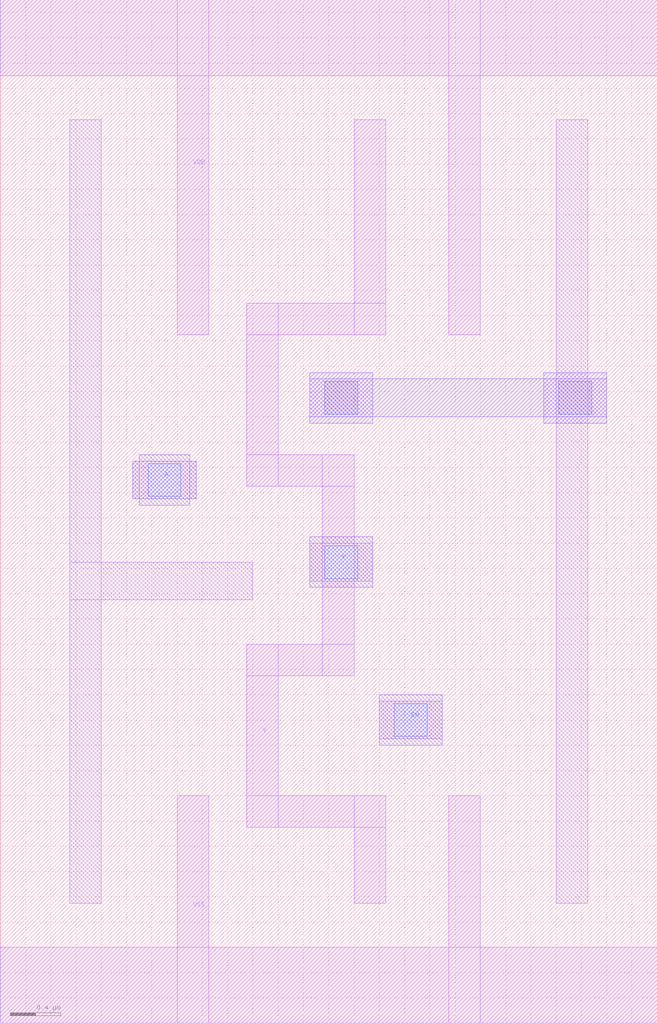
<source format=lef>
# Copyright 2022 Google LLC
# Licensed under the Apache License, Version 2.0 (the "License");
# you may not use this file except in compliance with the License.
# You may obtain a copy of the License at
#
#      http://www.apache.org/licenses/LICENSE-2.0
#
# Unless required by applicable law or agreed to in writing, software
# distributed under the License is distributed on an "AS IS" BASIS,
# WITHOUT WARRANTIES OR CONDITIONS OF ANY KIND, either express or implied.
# See the License for the specific language governing permissions and
# limitations under the License.
VERSION 5.7 ;
BUSBITCHARS "[]" ;
DIVIDERCHAR "/" ;

MACRO gf180mcu_osu_sc_gp12t3v3__tbuf_1
  CLASS CORE ;
  ORIGIN 0 0 ;
  FOREIGN gf180mcu_osu_sc_gp12t3v3__tbuf_1 0 0 ;
  SIZE 5.2 BY 8.1 ;
  SYMMETRY X Y ;
  SITE GF180_3p3_12t ;
  PIN VDD
    DIRECTION INOUT ;
    USE POWER ;
    SHAPE ABUTMENT ;
    PORT
      LAYER MET1 ;
        RECT 0 7.5 5.2 8.1 ;
        RECT 3.55 5.45 3.8 8.1 ;
        RECT 1.4 5.45 1.65 8.1 ;
    END
  END VDD
  PIN VSS
    DIRECTION INOUT ;
    USE GROUND ;
    PORT
      LAYER MET1 ;
        RECT 0 0 5.2 0.6 ;
        RECT 3.55 0 3.8 1.8 ;
        RECT 1.4 0 1.65 1.8 ;
    END
  END VSS
  PIN A
    DIRECTION INPUT ;
    USE SIGNAL ;
    PORT
      LAYER MET1 ;
        RECT 1.05 4.15 1.55 4.45 ;
      LAYER MET2 ;
        RECT 1.05 4.15 1.55 4.45 ;
        RECT 1.1 4.1 1.5 4.5 ;
      LAYER VIA12 ;
        RECT 1.17 4.17 1.43 4.43 ;
    END
  END A
  PIN EN
    DIRECTION INPUT ;
    USE SIGNAL ;
    PORT
      LAYER MET1 ;
        RECT 3 2.25 3.5 2.55 ;
      LAYER MET2 ;
        RECT 3 2.2 3.5 2.6 ;
      LAYER VIA12 ;
        RECT 3.12 2.27 3.38 2.53 ;
    END
  END EN
  PIN Y
    DIRECTION OUTPUT ;
    USE SIGNAL ;
    PORT
      LAYER MET1 ;
        RECT 2.8 5.45 3.05 7.15 ;
        RECT 1.95 1.55 3.05 1.8 ;
        RECT 2.8 0.95 3.05 1.8 ;
        RECT 2.45 3.5 2.95 3.8 ;
        RECT 1.95 4.25 2.8 4.5 ;
        RECT 2.55 2.75 2.8 4.5 ;
        RECT 1.95 5.45 3.05 5.7 ;
        RECT 1.95 2.75 2.8 3 ;
        RECT 1.95 4.25 2.2 5.7 ;
        RECT 1.95 1.55 2.2 3 ;
      LAYER MET2 ;
        RECT 2.45 3.45 2.95 3.85 ;
      LAYER VIA12 ;
        RECT 2.57 3.52 2.83 3.78 ;
    END
  END Y
  OBS
    LAYER MET2 ;
      RECT 4.3 4.75 4.8 5.15 ;
      RECT 2.45 4.75 2.95 5.15 ;
      RECT 2.45 4.8 4.8 5.1 ;
    LAYER VIA12 ;
      RECT 4.42 4.82 4.68 5.08 ;
      RECT 2.57 4.82 2.83 5.08 ;
    LAYER MET1 ;
      RECT 4.4 0.95 4.65 7.15 ;
      RECT 4.3 4.8 4.8 5.1 ;
      RECT 0.55 0.95 0.8 7.15 ;
      RECT 0.55 3.35 2 3.65 ;
      RECT 2.45 4.8 2.95 5.1 ;
  END
END gf180mcu_osu_sc_gp12t3v3__tbuf_1

</source>
